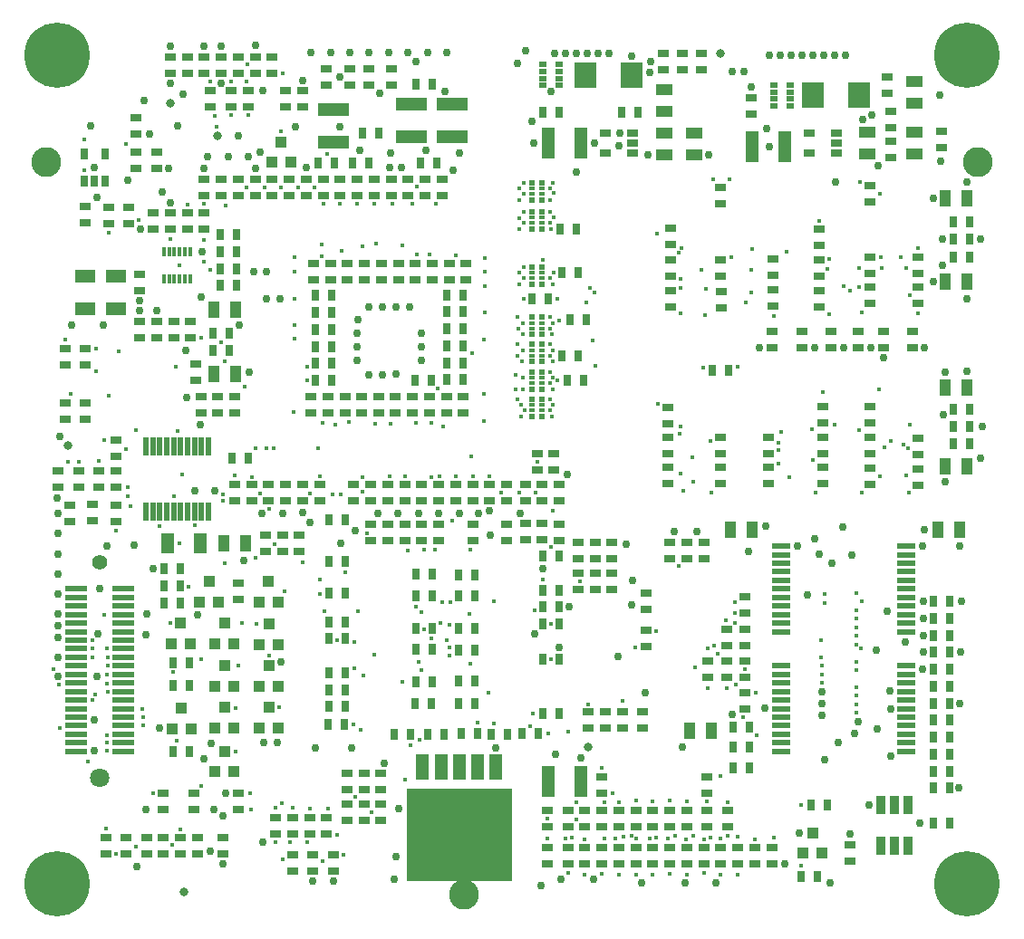
<source format=gbr>
G04 Gerber PCB Fabrication Data in Gerber  Example 2, created by Karel Tavernier, Filip Vermeire and Thomas Weyn*
G04 Ucamco copyright*
%TF.GenerationSoftware,Ucamco,UcamX,1.1.0-1400509*%
%TF.CreationDate,2014-07-14T00:00;00+01:00*%
%FSLAX25Y25*%
%MOMM*%
%TF.FileFunction,Soldermask,Bot*%
%TF.FilePolarity,Negative*%
%TF.Part,Single*%
%TF.SameCoordinates*%
%TA.AperFunction,Material*%
%ADD10C,0.40000*%
%ADD12C,0.75000*%
%ADD13C,0.80000*%
%ADD14C,6.10000*%
%ADD15R,0.37000X0.90000*%
%ADD16R,0.50000X1.70000*%
%ADD17R,0.60000X0.40000*%
%ADD18R,0.60000X0.50000*%
%ADD19R,0.70000X0.50000*%
%ADD20R,0.70000X1.10000*%
%ADD21R,0.80000X1.10000*%
%ADD22R,0.90000X1.70000*%
%ADD23R,1.10000X0.70000*%
%ADD24R,1.10000X0.80000*%
%ADD25R,1.10000X1.10000*%
%ADD26R,1.10000X1.60000*%
%ADD27R,1.20000X1.90000*%
%ADD28R,1.20000X2.90000*%
%ADD29R,1.30000X2.40000*%
%ADD30R,1.60000X1.10000*%
%ADD31R,1.70000X0.60000*%
%ADD32R,1.90000X1.20000*%
%ADD33R,2.10000X0.60000*%
%ADD34R,2.10000X2.40000*%
%ADD35R,2.90000X1.20000*%
%ADD36R,9.90000X8.60000*%
%ADD37C,2.80000*%
%ADD38C,1.80000*%
%ADD39C,1.40000*%
G01*
%LPD*%
D10*
X524700Y1957900D03*
X515280Y2363810D03*
X464700Y2512900D03*
X599700Y4447900D03*
X628960Y5085570D03*
X573700Y5591900D03*
X789700Y1647900D03*
X854700Y2272900D03*
X826800Y2220000D03*
X827600Y2620000D03*
X829700Y2777900D03*
X831800Y2700000D03*
X707200Y4445400D03*
X889700Y4452900D03*
X864700Y5297900D03*
X863250Y5504350D03*
X754700Y7177900D03*
X754750Y7462950D03*
X1046750Y779950D03*
X954700Y1017900D03*
X964700Y1887900D03*
Y1742900D03*
X962600Y1820000D03*
X969700Y2372900D03*
X971800Y2300000D03*
X966800Y2460000D03*
X971800Y2620000D03*
X972600Y2540000D03*
X966800Y2700000D03*
X939700Y3017900D03*
X1049950Y3803150D03*
X1164700Y4122900D03*
Y4207900D03*
X939700Y4647900D03*
X1144700Y4562900D03*
X984700Y5067900D03*
X1074700Y5482900D03*
X979700Y6592900D03*
X1144700Y7422900D03*
X1239700Y852900D03*
X1394700Y1345100D03*
X1296800Y2140000D03*
X1307600Y2060000D03*
X1301800Y1980000D03*
X1184700Y4032900D03*
X1234700Y4742900D03*
X1264700Y6707900D03*
X1579700Y862900D03*
X1649700Y1012900D03*
X1619700Y1837900D03*
X1583800Y2480000D03*
X1555800Y2936800D03*
X1639700Y3682900D03*
X1459700Y3847900D03*
X1588950Y4123650D03*
X1669700Y4332900D03*
X1629700Y4732900D03*
X1609700Y5332900D03*
X1646450Y6287900D03*
X1557950Y6532900D03*
X1844700Y1417900D03*
X1845000Y2600000D03*
X1729700Y3282900D03*
X1783950Y3852900D03*
X1846650Y5605950D03*
X1929700Y6242900D03*
X1874700Y6317900D03*
X1869700Y6522900D03*
X1716700Y6852900D03*
X1875450Y6862150D03*
X1970700Y7683900D03*
X1930700Y8007750D03*
X2164700Y1738800D03*
X2169700Y2147900D03*
X2189700Y2541800D03*
X2224700Y2936800D03*
X2069700Y3502900D03*
X2050900Y4081700D03*
Y4139100D03*
X2159700Y4317900D03*
X2064700Y5387900D03*
X2029700Y5567900D03*
X2074700Y6847900D03*
X2129450Y7688150D03*
X1994700Y7577900D03*
X2129450Y8002650D03*
X2309500Y1192700D03*
X2307500Y1345100D03*
X2479700Y2637900D03*
X2364700Y2931800D03*
X2354700Y3547900D03*
X2485940Y4005030D03*
X2399700Y4152900D03*
X2319950Y4308150D03*
X2454700Y4572900D03*
X2354700D03*
X2249700Y5147900D03*
X2269700Y7012900D03*
X2439700D03*
X2288200Y7689400D03*
X2269700Y8007900D03*
X2274700Y8162900D03*
X2604700Y732900D03*
X2542200Y890400D03*
X2679700Y892900D03*
X2542200Y1210400D03*
X2700950Y1211650D03*
X2599700Y1252900D03*
X2574700Y2151550D03*
X2624700Y3237900D03*
X2529700Y3677900D03*
X2528120Y4578270D03*
X2709700Y4912900D03*
X2719700Y5597900D03*
X2714700Y5722900D03*
Y5972900D03*
Y6227900D03*
X2715000Y6357900D03*
X2749700Y7012900D03*
X2589700D03*
X2594700Y7537900D03*
X2609700Y8081700D03*
X2984700Y712900D03*
X2839700Y887900D03*
X2859700Y1207900D03*
X3029700D03*
X2954700Y3207900D03*
X2994700Y3047900D03*
X2959700Y3350400D03*
X2794700Y3507900D03*
X2864700Y4152900D03*
X2953700Y4312900D03*
X2939700Y4577900D03*
X2984700Y4807900D03*
X2834700Y5337900D03*
X2833450Y5209150D03*
X2969700Y6372900D03*
Y6477900D03*
X2986700Y6862900D03*
X2904700Y7012900D03*
X3024700Y7322900D03*
X3179700Y773200D03*
X3119700Y962900D03*
X3289700Y1315080D03*
X3270000Y1992900D03*
X3278930Y2517120D03*
X3114700Y2777900D03*
X3274700Y2762900D03*
X3309700Y3047900D03*
X3189700Y3412900D03*
X3150000Y4145000D03*
X3075000D03*
X3099700Y4792900D03*
X3229700Y4822900D03*
X3159700Y6417900D03*
X3304200Y6863400D03*
X3145390Y6863170D03*
X3434700Y1172900D03*
X3339700Y1942900D03*
X3464700Y2642900D03*
X3364700Y2447900D03*
X3399700Y3782900D03*
X3355000Y4165000D03*
X3354700Y4307900D03*
X3474700Y4802900D03*
X3484700Y6487900D03*
X3354700Y6462900D03*
X3464700Y6857900D03*
X3749700Y1477900D03*
X3800900Y1794100D03*
X3724700Y2392900D03*
X3779700Y3617900D03*
X3609700Y4312900D03*
X3748700Y4311900D03*
X3614700Y4802900D03*
X3724700Y6467900D03*
X3634700Y6862900D03*
X3815830Y6861310D03*
X3884700Y1847900D03*
X3904700Y2502900D03*
X3875000Y2572900D03*
X3999700Y2792900D03*
X4084700Y2942900D03*
X3929700Y2882900D03*
X3853500Y3096700D03*
X4094700Y3137900D03*
X3904700Y3042900D03*
X3929700Y3627900D03*
X4034700D03*
X3994700Y4303890D03*
X4074700Y4312900D03*
X4104700Y4777900D03*
X3849700Y4807900D03*
X3994700D03*
X4059700Y5132900D03*
X3979700Y6382900D03*
X3859700D03*
X4039530Y6864080D03*
X3859700Y7017900D03*
X4164700Y2632900D03*
X4359700Y2562900D03*
X4164700Y2712900D03*
X4140550Y2783750D03*
X4164700Y2927900D03*
X4174700Y3132900D03*
X4349700Y3027900D03*
X4359700Y3627900D03*
X4194700Y3897900D03*
X4224950Y4312650D03*
X4369700Y4502900D03*
X4379700Y5467900D03*
X4229700Y6377900D03*
X4428150Y2006350D03*
X4579700Y1997900D03*
X4527430Y2290630D03*
X4580000Y3142900D03*
X4383700Y4311900D03*
X4542450Y4310150D03*
X4489700Y4827900D03*
Y5082900D03*
Y5592900D03*
X4494700Y5842900D03*
Y6092900D03*
Y6352900D03*
Y6222900D03*
X4649700Y4157900D03*
X4819700D03*
X4866950Y4928000D03*
X4832000Y4873000D03*
X4801800Y5033000D03*
X4836950Y4978000D03*
X4786950Y5128900D03*
X4855200Y5127000D03*
X4786950Y5258900D03*
X4851700Y5232000D03*
X4801900Y5546000D03*
X4851800Y5491000D03*
X4800200Y5441000D03*
X4847500Y5386000D03*
X4804400Y5800000D03*
X4806000Y5695000D03*
X4851800Y5745000D03*
X4850100Y5640000D03*
X4821950Y6111250D03*
X4856950Y5973900D03*
X4861950Y6166250D03*
X4816950Y6216250D03*
X4861950Y6271250D03*
X4820250Y6625600D03*
X4863650Y6680600D03*
X4856950Y6953900D03*
X4863650Y6785600D03*
X4816950Y6898900D03*
X4821950Y6723900D03*
X4861950Y7058900D03*
X4816950Y7003900D03*
X5082200Y927900D03*
Y1110400D03*
X4919700Y1977900D03*
X4948200Y2094400D03*
X5088700Y1903900D03*
X5114700Y2602400D03*
Y2931650D03*
X4959700Y3057900D03*
X5037750Y3345000D03*
X5114700Y3647900D03*
X5134700Y3987900D03*
X4974700Y4157900D03*
X4983700Y4445100D03*
X5110400Y4928000D03*
X5125700Y4873000D03*
X5104200Y5033000D03*
X5130400Y4978000D03*
X5105800Y5182000D03*
X5129500Y5127000D03*
X5104200Y5287000D03*
X5130400Y5232000D03*
X5177010Y5213880D03*
X5104100Y5546000D03*
X5130400Y5491000D03*
X5105000Y5441000D03*
X5129600Y5386000D03*
X5105400Y5800000D03*
X5106950Y5695000D03*
X5130300Y5745000D03*
X5127000Y5640000D03*
X5134300Y6111250D03*
X5171950Y5969000D03*
X5104300Y6166250D03*
X5139300Y6216250D03*
X5036950Y6338900D03*
X5116950Y6625600D03*
X5106950Y6680600D03*
X5136950Y6730600D03*
X5106950Y6785600D03*
Y6898900D03*
X5131950Y7058900D03*
X5106950Y7003900D03*
X5141950Y6958900D03*
X5431450Y589650D03*
X5272700Y600900D03*
X5249700Y927900D03*
X5309700Y937900D03*
X5431450Y921150D03*
X5349700Y1102900D03*
X5354700Y1262900D03*
X5274690Y1922910D03*
X5390000Y3331450D03*
X5189100Y5771750D03*
X5590200Y593400D03*
X5614700Y922900D03*
Y1262900D03*
X5688250Y1351450D03*
X5590200Y1587400D03*
X5464700Y2182900D03*
X5526950Y5343900D03*
X5506950Y5583900D03*
X5448150Y5937700D03*
X5476950Y6073900D03*
X5521950Y6028900D03*
X5748950Y588650D03*
X5907700Y589900D03*
X5914700Y922900D03*
X5789700Y942900D03*
X5719700Y927900D03*
X5864700Y950020D03*
X5748950Y1267150D03*
X5907700Y1277900D03*
X5780700Y2211900D03*
X5904700Y2712900D03*
X6066450Y589650D03*
X6225200Y593400D03*
X6094700Y932900D03*
X6209700Y922900D03*
X6034700D03*
X6066450Y1272900D03*
X6225200Y1277400D03*
X6099700Y2867900D03*
X6111950Y4993900D03*
X6101950Y6578900D03*
X6383950Y588650D03*
X6274700Y947900D03*
X6444700Y950020D03*
X6374700Y917900D03*
X6383950Y1273650D03*
X6459700Y2527900D03*
X6309700Y3472900D03*
X6346950Y4178900D03*
X6441950Y4263900D03*
X6321950Y4333900D03*
X6436950Y4488900D03*
X6321950Y4778900D03*
X6316950Y4708900D03*
X6321950Y5838900D03*
X6326950Y6073900D03*
X6311950Y6403900D03*
X6326950Y6158900D03*
X6336950Y6448900D03*
X6542700Y600900D03*
X6701450Y589650D03*
X6604700Y937900D03*
X6764950Y948150D03*
X6701450Y926150D03*
X6542700Y914900D03*
X6574450Y1272900D03*
X6764950Y1267650D03*
X6694700Y1512900D03*
X6754700Y2327900D03*
X6579700D03*
X6669700Y2652900D03*
X6638500Y2726700D03*
X6579700Y2702900D03*
X6749700Y2962900D03*
X6616950Y4158900D03*
X6601950Y4643900D03*
X6536950Y5328900D03*
X6551950Y5818900D03*
X6561950Y6068900D03*
X6516950Y6238900D03*
X6631950Y7088900D03*
X6860200Y587400D03*
X7018950Y918650D03*
X6860200Y942400D03*
X7037130Y1894900D03*
X6909700Y2057900D03*
X7029700Y2289100D03*
X6844700Y2367900D03*
X6929700Y2507900D03*
X6834700Y2942650D03*
X6829700Y3031700D03*
Y3137900D03*
X6856950Y5338900D03*
X6981950Y6033900D03*
X6931950Y5938900D03*
X6986950Y6243900D03*
X6801950Y6358900D03*
X6996950Y6438900D03*
X6786950Y7088900D03*
X7196510Y931090D03*
X7241950Y4553900D03*
Y4428900D03*
X7266950Y4728900D03*
X7236950Y4628900D03*
X7201950Y5808900D03*
X7450750Y667900D03*
X7449700Y1237150D03*
X7341950Y4303900D03*
X7561950Y4463900D03*
X7556950Y4748900D03*
X7316950Y6407950D03*
X7646800Y2380000D03*
X7636800Y2620000D03*
X7642600Y2540000D03*
Y2460000D03*
X7641800Y2780000D03*
X7669700Y3212900D03*
Y3122900D03*
X7586950Y4163900D03*
X7766950Y4798900D03*
X7653950Y5101900D03*
X7716950Y5828900D03*
X7846950Y6088900D03*
X7716950Y6343900D03*
X7693180Y6253900D03*
X7621950Y6703900D03*
X7964700Y2100000D03*
Y2180000D03*
Y2260000D03*
Y2340000D03*
Y2500000D03*
Y2580000D03*
Y2740000D03*
Y2820000D03*
X8012600Y2700000D03*
X7964700Y2900000D03*
Y2980000D03*
Y3060000D03*
X8016800Y3140000D03*
X7964700Y3220000D03*
X8021950Y4158900D03*
X7992830Y4743900D03*
X8021950Y5848900D03*
X7906750Y6044100D03*
X7992150Y6079100D03*
X7991060Y6263010D03*
X8001950Y7063900D03*
X8191950Y4313900D03*
X8226950Y4583900D03*
X8286950Y4638900D03*
X8181950Y5123900D03*
X8201950Y6258900D03*
X8196000Y6364850D03*
X8186950Y6953900D03*
X8461950Y4163900D03*
X8431950Y4323900D03*
X8471950Y4798900D03*
X8451950Y4573900D03*
X8406950Y4608900D03*
X8541950Y5838900D03*
X8466950Y6009120D03*
X8381950Y6363900D03*
X8436950Y6258900D03*
X8542950Y6449900D03*
D12*
X5114700Y7907900D03*
X510200Y2443650D03*
X509700Y2622900D03*
Y2917900D03*
Y2802900D03*
Y3027900D03*
Y3212900D03*
X510200Y3396150D03*
Y3586650D03*
Y3777150D03*
Y3967650D03*
X504700Y4107900D03*
X529700Y4682900D03*
X637750Y5729000D03*
X849700Y1742900D03*
Y2037900D03*
X874100Y2442190D03*
X878120Y2838420D03*
X894700Y3260000D03*
X934700Y5724000D03*
X869700Y6922900D03*
X850000Y7197900D03*
X814700Y7587900D03*
X964700Y3657900D03*
X1159700Y7082900D03*
X1244900Y660000D03*
X1329900Y1192700D03*
X1454700Y1962900D03*
X1332700Y2829900D03*
X1342190Y3022900D03*
X1399700Y3447900D03*
X1219700Y3667900D03*
X1272200Y5857900D03*
X1430950Y5861650D03*
X1272200Y5957900D03*
X1279810Y6621950D03*
X1361650Y7510950D03*
X1314700Y7822900D03*
X1713370Y5047140D03*
X1699700Y5487900D03*
X1484700Y6967900D03*
X1557950Y6872900D03*
X1544700Y7191700D03*
X1625000Y7592900D03*
X1557950Y7987900D03*
X1675000Y7887900D03*
X1557950Y8332900D03*
X1933800Y803900D03*
X1964500Y1192700D03*
X1874700Y1667900D03*
X1936850Y1818520D03*
X1814700Y3017900D03*
X1784700Y4172900D03*
X1974700D03*
X1834700Y4792900D03*
X1849700Y5987900D03*
X1854200Y6412400D03*
X1875450Y7192900D03*
X1907200Y7301400D03*
X1875450Y8337900D03*
X2050000Y685000D03*
Y1135000D03*
X2077200Y1347900D03*
X2244700Y3522900D03*
X2204700Y5722900D03*
X2192950Y7491900D03*
X2097700Y7301400D03*
X2030770Y7986550D03*
X2034200Y8337900D03*
X2419700Y892900D03*
X2434700Y1822900D03*
X2415200Y3967650D03*
X2294700Y5282900D03*
X2460000Y5970000D03*
Y6225000D03*
X2335000D03*
X2351700Y7190900D03*
X2399700Y7342900D03*
X2288200Y7301400D03*
X2423860Y7918620D03*
X2351700Y8342900D03*
X2554700Y1822900D03*
X2596010Y2578780D03*
X2793400Y3976310D03*
X2605700Y3967650D03*
X2586630Y5973370D03*
X2724700Y7577900D03*
X2796200Y8012900D03*
X2891450Y531150D03*
X2915000Y1770000D03*
X2859700Y3882900D03*
X2827950Y7202900D03*
X2869700Y8277900D03*
X3054700D03*
X3081950Y527900D03*
X3249700Y1772900D03*
X3149700Y3687900D03*
X3284700Y3807900D03*
X3304000Y5527200D03*
X3307000Y5400200D03*
X3306000Y5654200D03*
X3314700Y5781200D03*
X3324700Y7357900D03*
X3144700Y7577900D03*
X3139700Y8042900D03*
X3234700Y8277900D03*
X3558350Y1624900D03*
X3494700Y3967650D03*
X3413700Y5258900D03*
X3540700Y5263900D03*
X3413700Y5896900D03*
X3540700Y5893900D03*
X3604700Y7202900D03*
X3612200Y7333150D03*
X3514700Y7892900D03*
X3599700Y8277900D03*
X3414700D03*
X3646800Y545000D03*
X3664700Y757900D03*
X3689700Y1207900D03*
X3685200Y3967650D03*
X3875700D03*
X3667700Y5269900D03*
X3794700Y5897900D03*
X3667700Y5895900D03*
X3714700Y7197900D03*
X3853500Y8189100D03*
X3779700Y8277900D03*
X4066200Y3967650D03*
X3901000Y5654200D03*
X3902000Y5400200D03*
X3904000Y5527200D03*
X3949700Y7357900D03*
X4124700Y7907900D03*
X4139700Y8277900D03*
X3959700D03*
X4256700Y3967650D03*
X4199700Y7172900D03*
X4259700Y7337900D03*
X4596700Y1772900D03*
X4544700Y3762900D03*
X4542450Y3987550D03*
X4439700Y3967900D03*
X4828200Y3967650D03*
X4940000Y7635000D03*
X4800900Y8174100D03*
X4874700Y8292900D03*
X5205000Y548200D03*
X5019700Y487900D03*
X5159700Y1712900D03*
X5191190Y2715740D03*
X4965000Y2835000D03*
X5037750Y3445000D03*
X4955200Y7428400D03*
X5144700Y8262900D03*
X5393350Y1676550D03*
X5284700Y3090400D03*
X5264700Y4327900D03*
X5348150Y7159450D03*
X5347900Y8262900D03*
X5449500D03*
X5246300D03*
X5514700Y547900D03*
X5745300Y2627900D03*
X5524700Y7428400D03*
X5551100Y8262900D03*
X5652700D03*
X5959700Y512900D03*
X5994700Y2287900D03*
X5872200Y3110400D03*
X5879700Y3337900D03*
X5819700Y3677900D03*
X5754700Y7517900D03*
X5749700Y7402900D03*
X5869600Y8237800D03*
X6264700Y3797900D03*
X6021300Y7320000D03*
X6044700Y8187900D03*
X6034700Y8087900D03*
X6369700Y507900D03*
X6344700Y1782900D03*
X6474700Y3797900D03*
X6655000Y513200D03*
X6804700Y2082400D03*
X6591300Y7321300D03*
X6809700Y8097900D03*
X6959700Y3607900D03*
X7064900Y5517700D03*
X6987200Y7955400D03*
X6919700Y8097900D03*
X7302500Y684700D03*
X7114000Y2147320D03*
X7119700Y3842900D03*
X7158450Y7396650D03*
X7129700Y7562900D03*
X7154700Y8252900D03*
X7256300D03*
X7435800Y976800D03*
X7509700Y3202900D03*
X7414700Y3662900D03*
X7577750Y3727900D03*
X7574700Y5517700D03*
X7561100Y8252900D03*
X7459500D03*
X7357900D03*
X7719700Y507900D03*
X7794700Y1822900D03*
X7670000Y1662900D03*
X7642600Y2185000D03*
X7644910Y2078960D03*
X7649700Y2300000D03*
X7739700Y3497900D03*
X7619700Y3582900D03*
X7839700Y3840650D03*
X7849700Y5517700D03*
X7773400Y7061200D03*
X7865900Y8252900D03*
X7764300D03*
X7662700D03*
X7907950Y966150D03*
X8088950Y1237150D03*
X7954700Y1907900D03*
X7987600Y2020000D03*
X7929700Y3577900D03*
X8104700Y5517700D03*
X8114700Y7687900D03*
X8029700Y7647900D03*
X8289700Y1692900D03*
Y2140000D03*
X8164700Y1948350D03*
X8279700Y2302900D03*
X8156750Y2684950D03*
X8259700Y3047900D03*
X8221950Y5417900D03*
X8174700Y7212900D03*
X8559700Y1072900D03*
X8592700Y2665900D03*
X8589700Y2507900D03*
X8595200Y2983400D03*
X8594700Y2824650D03*
X8424700Y2762900D03*
X8595450Y3142150D03*
X8589700Y3657900D03*
X8604700Y3812900D03*
X8604900Y5517700D03*
X8927700Y1395900D03*
X8932950Y2189650D03*
X8941700Y2665900D03*
X8930300Y3663500D03*
X8802100Y4257900D03*
X8779700Y4887900D03*
X8797100Y5285000D03*
X8684700Y6130500D03*
X8769700Y6287900D03*
X8776700Y6527800D03*
X8686000Y6908800D03*
X8754700Y7257900D03*
X8744700Y7877900D03*
X8948950Y3142150D03*
X9124700Y4478840D03*
X9141000Y4775200D03*
X9000300Y5295100D03*
X9005100Y5975000D03*
X9131000Y6527800D03*
X9005300Y7061200D03*
D13*
X605450Y4602650D03*
X1685000Y430000D03*
X1555000Y7800000D03*
X2002450Y7491900D03*
X5463200Y1776900D03*
X6694700Y8262900D03*
D14*
X500000Y500000D03*
Y8250000D03*
X9000000Y500000D03*
Y8250000D03*
D15*
X1696450Y6158400D03*
X1646450D03*
X1596450D03*
X1546450D03*
X1496450D03*
Y6412400D03*
X1546450D03*
X1596450D03*
X1646450D03*
X1696450D03*
X1746450Y6158400D03*
Y6412400D03*
D16*
X1393950Y3980350D03*
X1328950D03*
Y4589950D03*
X1393950D03*
X1653950Y3980350D03*
X1588950D03*
X1523950D03*
X1458950D03*
Y4589950D03*
X1523950D03*
X1588950D03*
X1653950D03*
X1913950Y3980350D03*
X1848950D03*
X1783950D03*
X1718950D03*
Y4589950D03*
X1783950D03*
X1848950D03*
X1913950D03*
D17*
X5032250Y4978000D03*
Y4928000D03*
X4937250D03*
Y4978000D03*
X5032250Y5232000D03*
Y5182000D03*
X4937250D03*
Y5232000D03*
X5030900Y5491000D03*
Y5441000D03*
X4935900D03*
Y5491000D03*
X5030900Y5745000D03*
Y5695000D03*
X4935900D03*
Y5745000D03*
X5032250Y6216250D03*
Y6166250D03*
X4937250D03*
Y6216250D03*
X5030900Y6680600D03*
X4935900D03*
X5034450Y6953900D03*
X4939450D03*
X5030900Y6730600D03*
X4935900D03*
X5034450Y7003900D03*
X4939450D03*
D18*
X5032250Y5033000D03*
Y4873000D03*
X4937250D03*
Y5033000D03*
X5032250Y5287000D03*
Y5127000D03*
X4937250D03*
Y5287000D03*
X5030900Y5546000D03*
Y5386000D03*
X4935900D03*
Y5546000D03*
X5030900Y5800000D03*
Y5640000D03*
X4935900D03*
Y5800000D03*
X5032250Y6111250D03*
X4937250D03*
X5032250Y6271250D03*
X4937250D03*
X5030900Y6625600D03*
X4935900D03*
X5034450Y6898900D03*
X4939450D03*
X5030900Y6785600D03*
X4935900D03*
X5034450Y7058900D03*
X4939450D03*
D19*
X5037750Y7965900D03*
X5190150D03*
X5037750Y8160900D03*
Y8095900D03*
Y8030900D03*
X5190150D03*
Y8095900D03*
Y8160900D03*
X7196750Y7970400D03*
Y7905400D03*
Y7840400D03*
Y7775400D03*
X7349150D03*
Y7840400D03*
Y7905400D03*
Y7970400D03*
D20*
X1585250Y1737400D03*
X1583800Y2355000D03*
Y2570000D03*
X1650900Y3122900D03*
X1498500D03*
Y3287900D03*
X1650900D03*
X1498500Y3447900D03*
X1650900D03*
X1737650Y1737400D03*
X1736200Y2355000D03*
Y2570000D03*
X1958000Y5491650D03*
Y5650400D03*
X2133500Y4477900D03*
X2110400Y5491650D03*
Y5650400D03*
X2173900Y6094900D03*
X2021500D03*
X2173900Y6412400D03*
X2021500D03*
X2173900Y6253650D03*
X2021500D03*
X2173900Y6571150D03*
X2021500D03*
X2285900Y4477900D03*
X3033500Y1992900D03*
X3037500Y2157900D03*
Y2316650D03*
Y2475400D03*
X3038500Y2792900D03*
X3037500Y2951650D03*
X3038500Y3217900D03*
Y3517900D03*
X3037500Y3904150D03*
X2912250Y5209150D03*
X3064650D03*
X2912250Y5367900D03*
X3064650D03*
X2912250Y5526650D03*
X3064650D03*
X2912250Y5685400D03*
X3064650D03*
X2912250Y5844150D03*
X3064650D03*
X2912250Y6002900D03*
X3064650D03*
X2942250Y7237900D03*
X3185900Y1992900D03*
X3189900Y2157900D03*
Y2316650D03*
Y2475400D03*
X3190900Y2792900D03*
X3189900Y2951650D03*
X3190900Y3217900D03*
Y3517900D03*
X3189900Y3904150D03*
X3094650Y7237900D03*
X3259750D03*
X3412150D03*
X3355000Y7523650D03*
X3507400D03*
X3800900Y1902900D03*
X3648500D03*
X3848500Y2187900D03*
X3853500Y2392900D03*
Y2692900D03*
Y2887900D03*
Y3197900D03*
Y3397900D03*
X3843500Y5212900D03*
X3853500Y7977900D03*
X3963500Y1902900D03*
X4115900D03*
X4000900Y2187900D03*
X4005900Y2392900D03*
Y2692900D03*
Y2887900D03*
Y3197900D03*
Y3397900D03*
X3995900Y5212900D03*
X3894750Y7237900D03*
X4047150D03*
X4005900Y7977900D03*
X4275750Y1903900D03*
X4253500Y2187900D03*
Y2397900D03*
X4248500Y2687900D03*
Y2892900D03*
X4253500Y3197900D03*
Y3392900D03*
X4294400Y5372900D03*
X4142000D03*
X4294400Y5214150D03*
X4142000D03*
X4294400Y5531650D03*
X4142000D03*
X4294400Y5690400D03*
X4142000D03*
X4294400Y5849150D03*
X4142000D03*
X4294400Y6007900D03*
X4142000D03*
X4558500Y1902900D03*
X4428150Y1903900D03*
X4405900Y2187900D03*
Y2397900D03*
X4400900Y2687900D03*
Y2892900D03*
X4405900Y3197900D03*
Y3392900D03*
X4710900Y1902900D03*
X4847250Y1903900D03*
X4999650D03*
X5190150Y2094400D03*
X5037750D03*
Y2602400D03*
X5190150D03*
X5037750Y2931650D03*
X5190150D03*
X5037750Y3249150D03*
X5190150D03*
X5037750Y3090400D03*
X5190150D03*
Y3566650D03*
X5037750D03*
X5092700Y5969000D03*
X4940300D03*
X5195750Y6623900D03*
X5190150Y7714150D03*
X5037750D03*
X5265750Y5213900D03*
X5418150D03*
X5215750Y5438900D03*
X5368150D03*
X5295750Y5773900D03*
X5448150D03*
X5215750Y6218900D03*
X5368150D03*
X5348150Y6623900D03*
X5778500Y7712900D03*
X5930900D03*
X6625250Y5301150D03*
X6777650D03*
X6968150Y1586400D03*
X6815750D03*
X6968150Y1776900D03*
X6815750D03*
Y1967400D03*
X6968150D03*
X7450750Y570400D03*
X7546000Y1237150D03*
X7603150Y570400D03*
X7698400Y1237150D03*
X8840900Y1072900D03*
X8688500D03*
X8841400Y1554650D03*
X8689000D03*
X8841400Y1395900D03*
X8689000D03*
X8841400Y1713400D03*
X8689000D03*
X8841400Y1872150D03*
X8689000D03*
X8841400Y2030900D03*
X8689000D03*
X8841400Y2189650D03*
X8689000D03*
X8841400Y2348400D03*
X8689000D03*
X8841400Y2665900D03*
X8689000D03*
X8841400Y2507150D03*
X8689000D03*
X8841400Y2983400D03*
X8689000D03*
X8841400Y2824650D03*
X8689000D03*
X8841400Y3142150D03*
X8689000D03*
X8875750Y4778900D03*
X8878300Y4618600D03*
X8875750Y4938900D03*
X8878300Y6362700D03*
Y6692900D03*
Y6527800D03*
X9028150Y4778900D03*
X9030700Y4618600D03*
X9028150Y4938900D03*
X9030700Y6362700D03*
Y6692900D03*
Y6527800D03*
D21*
X850000Y7073000D03*
X754750D03*
Y7327000D03*
X945250Y7073000D03*
Y7327000D03*
D22*
X8320700Y856150D03*
X8193700D03*
Y1237150D03*
X8320700D03*
X8447700Y856150D03*
Y1237150D03*
D23*
X615700Y3891450D03*
X510200Y4208950D03*
X615700Y4043850D03*
X510200Y4361350D03*
X573700Y4843950D03*
Y4996350D03*
Y5351950D03*
Y5504350D03*
X829700Y3896700D03*
Y4049100D03*
X891200Y4208950D03*
X700700D03*
X891200Y4361350D03*
X700700D03*
X764200Y4996350D03*
Y4843950D03*
Y5351950D03*
Y5504350D03*
Y6685450D03*
Y6837850D03*
X954700Y779950D03*
X1145200D03*
X954700Y932350D03*
X1145200D03*
X1049950Y3891450D03*
Y4208950D03*
Y4043850D03*
Y4494700D03*
Y4361350D03*
Y4647100D03*
X979700Y6676700D03*
X1169700D03*
X979700Y6829100D03*
X1169700D03*
X1335700Y779950D03*
Y932350D03*
X1430950Y5605950D03*
X1272200D03*
X1430950Y5758350D03*
X1272200D03*
Y6050450D03*
Y6202850D03*
X1399200Y6621950D03*
Y6774350D03*
X1429700Y7191700D03*
X1240450Y7193450D03*
X1429700Y7344100D03*
X1240450Y7345850D03*
Y7510950D03*
Y7663350D03*
X1494450Y779950D03*
X1653200D03*
X1494450Y932350D03*
X1653200D03*
X1494450Y1345100D03*
Y1192700D03*
X1748450Y5605950D03*
X1589700D03*
X1748450Y5758350D03*
X1589700D03*
X1716700Y6621950D03*
X1557950D03*
X1716700Y6774350D03*
X1557950D03*
X1716700Y8082450D03*
Y8234850D03*
X1557950Y8082450D03*
Y8234850D03*
X1815000Y778800D03*
Y931200D03*
X1780200Y1345100D03*
Y1192700D03*
X2002450Y4907450D03*
Y5059850D03*
X1843700Y4907450D03*
Y5059850D03*
X1794700Y5211700D03*
Y5364100D03*
X1875450Y6621950D03*
Y6774350D03*
Y6939450D03*
Y7091850D03*
X1930700Y7764950D03*
Y7917350D03*
X1875450Y8082450D03*
Y8234850D03*
X2050000Y778800D03*
Y931200D03*
X2192950Y1345100D03*
Y1192700D03*
X2197200Y3164700D03*
Y3317100D03*
X2159700Y4081700D03*
Y4234100D03*
X2161200Y4907450D03*
Y5059850D03*
X2192950Y6939450D03*
X2034200D03*
X2192950Y7091850D03*
X2034200D03*
X2129450Y7764950D03*
Y7917350D03*
X2192950Y8082450D03*
Y8234850D03*
X2034200Y8082450D03*
Y8234850D03*
X2542200Y970450D03*
Y1122850D03*
X2446950Y3605700D03*
Y3758100D03*
X2472450Y4081950D03*
Y4234350D03*
X2319950Y4079950D03*
Y4232350D03*
X2351700Y6939450D03*
X2510450D03*
X2351700Y7091850D03*
X2510450D03*
X2288200Y7764950D03*
Y7917350D03*
X2351700Y8082450D03*
Y8234850D03*
X2509700Y8081700D03*
Y8234100D03*
X2700950Y621200D03*
Y773600D03*
Y970450D03*
Y1122850D03*
X2605700Y3758100D03*
Y3605700D03*
X2759700Y3759100D03*
Y3606700D03*
X2794950Y4081950D03*
Y4234350D03*
X2631200Y4081950D03*
Y4234350D03*
X2669200Y6939450D03*
Y7091850D03*
X2796200Y7764950D03*
X2637450D03*
X2796200Y7917350D03*
X2637450D03*
X2891450Y621200D03*
Y773600D03*
X3081950Y621200D03*
Y773600D03*
X2859700Y970450D03*
X3018450D03*
X2859700Y1122850D03*
X3018450D03*
X2953700Y4081950D03*
Y4234350D03*
X3033700Y4905700D03*
Y5058100D03*
X2874950Y4905700D03*
Y5058100D03*
X3053700Y6150700D03*
X2894950D03*
X3053700Y6303100D03*
X2894950D03*
X2827950Y6939450D03*
X2986700D03*
X2827950Y7091850D03*
X2986700D03*
X3014700Y7966700D03*
Y8119100D03*
X3208950Y1097450D03*
Y1249850D03*
Y1535600D03*
Y1383200D03*
X3272450Y4081950D03*
Y4234350D03*
X3189700Y4906700D03*
Y5059100D03*
X3344700Y4906700D03*
Y5059100D03*
X3212450Y6150700D03*
Y6303100D03*
X3304200Y6939450D03*
X3145450D03*
X3304200Y7091850D03*
X3145450D03*
X3234700Y7966700D03*
Y8119100D03*
X3367700Y1097450D03*
X3526450D03*
X3367700Y1249850D03*
X3526450D03*
X3367700Y1535600D03*
Y1383200D03*
X3526450Y1535600D03*
Y1383200D03*
X3589950Y3707700D03*
X3431200D03*
X3589950Y3860100D03*
X3431200D03*
Y4081950D03*
Y4234350D03*
X3589950Y4081950D03*
Y4234350D03*
X3502950Y4905700D03*
Y5058100D03*
X3371200Y6150700D03*
X3529950D03*
X3371200Y6303100D03*
X3529950D03*
X3462950Y6939450D03*
Y7091850D03*
X3414700Y7966700D03*
Y8119100D03*
X3748700Y3707700D03*
Y3860100D03*
Y4081950D03*
Y4234350D03*
X3661700Y4905700D03*
Y5058100D03*
X3820450Y4905700D03*
Y5058100D03*
X3844700Y6151700D03*
X3688700Y6150700D03*
X3844700Y6304100D03*
X3688700Y6303100D03*
X3621700Y6939450D03*
X3780450D03*
X3621700Y7091850D03*
X3780450D03*
X3624700Y7966700D03*
Y8119100D03*
X4066200Y3707700D03*
X3907450D03*
X4066200Y3860100D03*
X3907450D03*
X4066200Y4081950D03*
Y4234350D03*
X3907450Y4081950D03*
Y4234350D03*
X4137950Y4905700D03*
Y5058100D03*
X3979200Y4905700D03*
Y5058100D03*
X4004200Y6150700D03*
Y6303100D03*
X4097950Y6939450D03*
X3939200D03*
X4097950Y7091850D03*
X3939200D03*
X4383700Y3707700D03*
Y3860100D03*
Y4081950D03*
Y4234350D03*
X4224950Y4081950D03*
Y4234350D03*
X4296700Y4905700D03*
Y5058100D03*
X4162950Y6150700D03*
X4321700D03*
X4162950Y6303100D03*
X4321700D03*
X4542450Y4081950D03*
Y4234350D03*
X4701200Y3712700D03*
X4874950Y3717700D03*
X4701200Y3865100D03*
X4874950Y3870100D03*
X4701200Y4081950D03*
Y4234350D03*
X4874950Y4081950D03*
Y4234350D03*
X5082200Y837100D03*
Y684700D03*
Y1033950D03*
Y1186350D03*
X5194700Y3711700D03*
X5033700Y3717700D03*
X5194700Y3864100D03*
X5033700Y3870100D03*
X5194700Y4081700D03*
Y4234100D03*
X5033700Y4081950D03*
Y4234350D03*
X5142450Y4520100D03*
Y4367700D03*
X4983700D03*
Y4520100D03*
X5272700Y837100D03*
Y684700D03*
X5431450Y837100D03*
Y684700D03*
X5272700Y1033950D03*
X5431450D03*
X5272700Y1186350D03*
X5431450D03*
X5463200Y1954700D03*
Y2107100D03*
X5367950Y3256450D03*
Y3408850D03*
Y3542200D03*
Y3694600D03*
X5590200Y837100D03*
Y684700D03*
X5748950Y837100D03*
Y684700D03*
X5590200Y1033950D03*
X5748950D03*
X5590200Y1351450D03*
Y1186350D03*
X5748950D03*
X5590200Y1503850D03*
X5621950Y1954700D03*
Y2107100D03*
X5685450Y3256450D03*
Y3408850D03*
X5526700Y3256450D03*
Y3408850D03*
X5685450Y3542200D03*
Y3694600D03*
X5526700Y3542200D03*
Y3694600D03*
X5907700Y837100D03*
Y684700D03*
Y1033950D03*
Y1186350D03*
X5971200Y1954700D03*
Y2107100D03*
X5780700Y1954700D03*
Y2107100D03*
X6002950Y2716700D03*
Y2869100D03*
Y3218350D03*
Y3065950D03*
X6066450Y837100D03*
Y684700D03*
X6225200Y837100D03*
Y684700D03*
X6066450Y1033950D03*
X6225200D03*
X6066450Y1186350D03*
X6225200D03*
Y3542200D03*
Y3694600D03*
X6206150Y4240700D03*
X6206950Y4527700D03*
X6206150Y4393100D03*
X6206950Y4807700D03*
Y4680100D03*
Y4960100D03*
X6231950Y5897700D03*
Y6050100D03*
Y6340100D03*
Y6187700D03*
Y6477700D03*
Y6630100D03*
X6164700Y8116700D03*
Y8269100D03*
X6383950Y837100D03*
Y684700D03*
X6542700Y837100D03*
Y684700D03*
X6383950Y1033950D03*
Y1186350D03*
Y3542200D03*
Y3694600D03*
X6542700Y3542200D03*
Y3694600D03*
X6519700Y8269100D03*
Y8116700D03*
X6344700Y8269100D03*
Y8116700D03*
X6701450Y837100D03*
Y684700D03*
X6574450Y1033950D03*
X6764950D03*
X6574450Y1351450D03*
Y1186350D03*
X6764950D03*
X6574450Y1503850D03*
X6754700Y2436700D03*
X6579700D03*
X6754700Y2589100D03*
X6579700D03*
X6754700Y2879100D03*
Y2726700D03*
X6701450Y4240700D03*
Y4526450D03*
Y4393100D03*
Y4678850D03*
X6706950Y5887700D03*
Y6040100D03*
X6701950Y6182700D03*
Y6335100D03*
Y6857700D03*
Y7010100D03*
X7018950Y684700D03*
Y837100D03*
X6860200Y684700D03*
Y837100D03*
X6929700Y2136700D03*
Y2431700D03*
Y2289100D03*
Y2584100D03*
Y2884100D03*
Y2731700D03*
Y3184100D03*
Y3031700D03*
X6987200Y7701450D03*
Y7853850D03*
X7177700Y684700D03*
Y837100D03*
X7145950Y4240700D03*
Y4526450D03*
Y4393100D03*
Y4678850D03*
X7181950Y5517700D03*
Y5670100D03*
X7186950Y5902700D03*
Y6055100D03*
Y6192700D03*
Y6345100D03*
X7456950Y5517700D03*
Y5670100D03*
X7653950Y4240700D03*
Y4526450D03*
Y4393100D03*
Y4812200D03*
Y4678850D03*
Y4964600D03*
X7726950Y5517700D03*
X7622200Y5891700D03*
X7726950Y5670100D03*
X7622200Y6044100D03*
X7621950Y6182700D03*
Y6335100D03*
Y6467700D03*
Y6620100D03*
X7907950Y716450D03*
Y868850D03*
X8096950Y4232700D03*
X8098450Y4526450D03*
X8096950Y4385100D03*
X8098450Y4812200D03*
Y4678850D03*
Y4964600D03*
X7986950Y5517700D03*
Y5670100D03*
X8093450Y5926700D03*
Y6079100D03*
Y6212450D03*
Y6364850D03*
X8098450Y6875950D03*
Y7028350D03*
X8221950Y5517700D03*
Y5670100D03*
X8288950Y7288700D03*
Y7441100D03*
Y7726850D03*
Y7574450D03*
X8257200Y7891950D03*
Y8044350D03*
X8544700Y4229950D03*
Y4382350D03*
Y4515700D03*
Y4668100D03*
X8491950Y5517700D03*
Y5670100D03*
X8541950Y6080100D03*
Y5927700D03*
X8542950Y6209200D03*
Y6361600D03*
X8765200Y7383950D03*
Y7536350D03*
D24*
X5621950Y7333150D03*
Y7523650D03*
X5875950Y7428400D03*
Y7333150D03*
Y7523650D03*
X7526950Y7333150D03*
Y7523650D03*
X7780950Y7428400D03*
Y7333150D03*
Y7523650D03*
D25*
X1661450Y2143800D03*
X1750350Y1953300D03*
X1572550D03*
X1654700Y2936800D03*
X1743600Y2746300D03*
X1565800D03*
X1977050Y1548300D03*
Y1961050D03*
X1975800Y2351300D03*
Y2746300D03*
X2008600Y3136300D03*
X1830800D03*
X1919700Y3326800D03*
X2154850Y1548300D03*
X2065950Y1738800D03*
Y2151550D03*
X2154850Y1961050D03*
X2153600Y2351300D03*
X2064700Y2541800D03*
Y2936800D03*
X2153600Y2746300D03*
X2478700Y2151550D03*
X2389800Y1961050D03*
X2390800Y2351300D03*
X2479700Y2541800D03*
Y2931800D03*
X2390800Y2741300D03*
X2385800Y3136300D03*
X2474700Y3326800D03*
X2505800Y7246300D03*
X2567600Y1961050D03*
X2568600Y2351300D03*
Y2741300D03*
X2563600Y3136300D03*
X2683600Y7246300D03*
X2594700Y7436800D03*
X7469800Y786300D03*
X7558700Y976800D03*
X7647600Y786300D03*
D26*
X1964350Y5269400D03*
Y5872650D03*
X2059600Y3681900D03*
X2262800D03*
X2167550Y5269400D03*
Y5872650D03*
X6409350Y1935650D03*
X6612550D03*
X6790350Y3808900D03*
X6993550D03*
X8930300D03*
X8727100D03*
X8802100Y4402700D03*
X8797100Y5142700D03*
X8801900Y6130500D03*
X8802100Y6908800D03*
X9005300Y4402700D03*
X9000300Y5142700D03*
X9005100Y6130500D03*
X9005300Y6908800D03*
D27*
X1532550Y3681900D03*
X1837350D03*
D28*
X5088550Y1459400D03*
Y7428400D03*
X5393350Y1459400D03*
Y7428400D03*
X6993550Y7396650D03*
X7298350D03*
D29*
X4086700Y1592750D03*
X3916700D03*
X4426700D03*
X4256700D03*
X4596700D03*
D30*
X6169700Y7524500D03*
Y7321300D03*
Y7726300D03*
Y7929500D03*
X6449700Y7321300D03*
Y7524500D03*
X8066700Y7530000D03*
Y7326800D03*
X8511200D03*
Y7530000D03*
Y7803050D03*
Y8006250D03*
D31*
X7265800Y1820000D03*
Y1740000D03*
Y2140000D03*
Y2060000D03*
Y1980000D03*
Y1900000D03*
Y2380000D03*
Y2300000D03*
Y2220000D03*
Y2540000D03*
Y2460000D03*
Y2940000D03*
Y2860000D03*
Y3180000D03*
Y3100000D03*
Y3020000D03*
Y3420000D03*
Y3340000D03*
Y3260000D03*
Y3660000D03*
Y3580000D03*
Y3500000D03*
X8434200Y1740000D03*
Y1820000D03*
Y1900000D03*
Y1980000D03*
Y2060000D03*
Y2140000D03*
Y2220000D03*
Y2300000D03*
Y2380000D03*
Y2460000D03*
Y2540000D03*
Y2860000D03*
Y2940000D03*
Y3020000D03*
Y3100000D03*
Y3180000D03*
Y3260000D03*
Y3340000D03*
Y3420000D03*
Y3500000D03*
Y3580000D03*
Y3660000D03*
D32*
X764200Y5879000D03*
Y6183800D03*
X1049950Y5879000D03*
Y6183800D03*
D33*
X680000Y1740000D03*
Y1820000D03*
Y1900000D03*
Y1980000D03*
Y2060000D03*
Y2140000D03*
Y2220000D03*
Y2300000D03*
Y2380000D03*
Y2460000D03*
Y2540000D03*
Y2620000D03*
Y2700000D03*
Y2780000D03*
Y2860000D03*
Y2940000D03*
Y3020000D03*
Y3100000D03*
Y3180000D03*
Y3260000D03*
X1120000Y1740000D03*
Y1820000D03*
Y1900000D03*
Y1980000D03*
Y2060000D03*
Y2140000D03*
Y2220000D03*
Y2300000D03*
Y2380000D03*
Y2460000D03*
Y2540000D03*
Y2620000D03*
Y2700000D03*
Y2780000D03*
Y2860000D03*
Y2940000D03*
Y3020000D03*
Y3100000D03*
Y3180000D03*
Y3260000D03*
D34*
X5437800Y8063400D03*
X5869600D03*
X7565050Y7872900D03*
X7996850D03*
D35*
X3081950Y7434750D03*
Y7739550D03*
X3812200Y7484750D03*
Y7789550D03*
X4193200Y7484750D03*
Y7789550D03*
D36*
X4256700Y957750D03*
D37*
X400000Y7250000D03*
X4300000Y400000D03*
X9100000Y7250000D03*
D38*
X900000Y1490000D03*
D39*
Y3510000D03*
M02*
</source>
